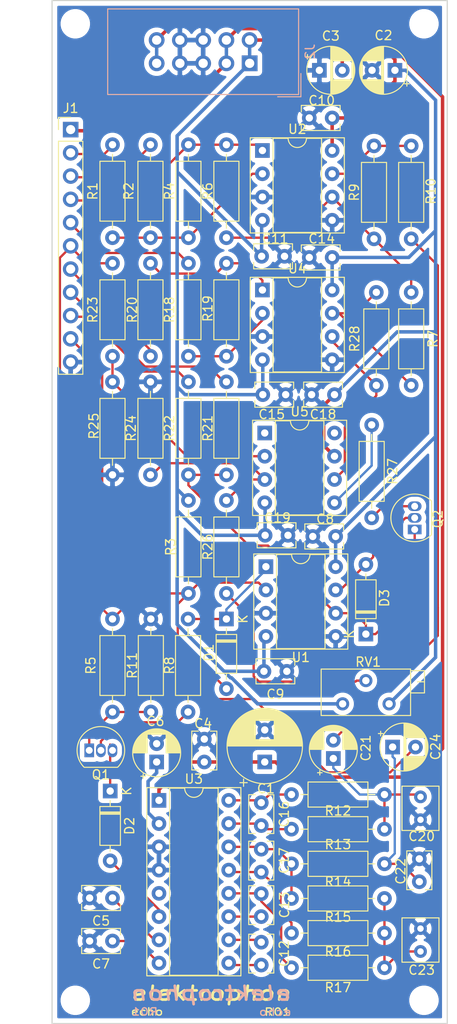
<source format=kicad_pcb>
(kicad_pcb (version 20171130) (host pcbnew 5.1.5-52549c5~86~ubuntu19.04.1)
  (title_block (title Noise) (date 2019-10-20) (rev 01) (comment 1 "Original design by Yves Usson") (comment 2 "PCB for main circuit") (comment 4 "License CC BY 4.0 - Attribution 4.0 International"))
  (layers (0 F.Cu signal) (31 B.Cu signal) (34 B.Paste user) (35 F.Paste user) (36 B.SilkS user) (37 F.SilkS user) (38 B.Mask user) (39 F.Mask user) (44 Edge.Cuts user))
  (net 0 "")
  (net 1 GND)
  (net 2 +15V)
  (net 3 -15V)
  (net 4 "Net-(C13-Pad2)")
  (net 5 "Net-(C13-Pad1)")
  (net 6 +5V)
  (net 7 "Net-(C5-Pad1)")
  (net 8 "Net-(C17-Pad2)")
  (net 9 "Net-(D1-Pad1)")
  (net 10 /VCO)
  (net 11 "Net-(D2-Pad1)")
  (net 12 "Net-(D3-Pad2)")
  (net 13 "Net-(D3-Pad1)")
  (net 14 "Net-(Q1-Pad2)")
  (net 15 /RECIRC)
  (net 16 "Net-(R26-Pad1)")
  (net 17 /MIX_2)
  (net 18 /MIX_1)
  (net 19 /MIXED_OUT)
  (net 20 /RECIRC_ATTEN)
  (net 21 /CV)
  (net 22 /IN2)
  (net 23 /IN1)
  (net 24 "Net-(C6-Pad1)")
  (net 25 "Net-(C7-Pad1)")
  (net 26 "Net-(C12-Pad2)")
  (net 27 "Net-(C12-Pad1)")
  (net 28 "Net-(C16-Pad2)")
  (net 29 "Net-(C16-Pad1)")
  (net 30 "Net-(C17-Pad1)")
  (net 31 "Net-(C20-Pad1)")
  (net 32 "Net-(C21-Pad2)")
  (net 33 "Net-(C22-Pad1)")
  (net 34 "Net-(C23-Pad1)")
  (net 35 "Net-(R28-Pad1)")
  (net 36 /MIX_3)
  (net 37 "Net-(Q1-Pad1)")
  (net 38 "Net-(Q2-Pad3)")
  (net 39 "Net-(R1-Pad1)")
  (net 40 "Net-(R6-Pad1)")
  (net 41 "Net-(R10-Pad2)")
  (net 42 "Net-(R18-Pad1)")
  (net 43 "Net-(R19-Pad1)")
  (net 44 "Net-(R23-Pad1)")
  (net 45 "Net-(R24-Pad1)")
  (net 46 "Net-(R27-Pad2)")
  (net 47 /RECIRC_IN)
  (module Capacitor_THT:C_Rect_L4.6mm_W3.8mm_P2.50mm_MKS02_FKP02 (layer F.Cu) (at 91.059 154.686 90)
    (fp_text reference C23 (at -2.032 0.127 180) (layer F.SilkS))
    (fp_text value 5n6)
    (pad 2 thru_hole circle (at 2.5 0 90) (size 1.4 1.4) (drill 0.7) (layers *.Cu *.Mask) (net 1 GND))
    (pad 1 thru_hole circle (at 0 0 90) (size 1.4 1.4) (drill 0.7) (layers *.Cu *.Mask) (net 34 "Net-(C23-Pad1)"))
  )
  (module Capacitor_THT:CP_Radial_D5.0mm_P2.00mm (layer F.Cu) (at 81.534 133.604 90)
    (fp_text reference C21 (at 1.143 3.556 90) (layer F.SilkS))
    (fp_text value 4.7u)
    (pad 2 thru_hole circle (at 2 0 90) (size 1.6 1.6) (drill 0.8) (layers *.Cu *.Mask) (net 32 "Net-(C21-Pad2)"))
    (pad 1 thru_hole rect (at 0 0 90) (size 1.6 1.6) (drill 0.8) (layers *.Cu *.Mask) (net 31 "Net-(C20-Pad1)"))
  )
  (module Package_TO_SOT_THT:TO-92_Inline (layer F.Cu) (at 90.424 108.585 90)
    (fp_text reference Q2 (at 1.143 2.54 90) (layer F.SilkS))
    (fp_text value 2N3906)
    (pad 1 thru_hole rect (at 0 0 90) (size 1.05 1.5) (drill 0.75) (layers *.Cu *.Mask) (net 13 "Net-(D3-Pad1)"))
    (pad 3 thru_hole oval (at 2.54 0 90) (size 1.05 1.5) (drill 0.75) (layers *.Cu *.Mask) (net 38 "Net-(Q2-Pad3)"))
    (pad 2 thru_hole oval (at 1.27 0 90) (size 1.05 1.5) (drill 0.75) (layers *.Cu *.Mask) (net 12 "Net-(D3-Pad2)"))
  )
  (module Package_TO_SOT_THT:TO-92_Inline (layer F.Cu) (at 54.864 132.715)
    (fp_text reference Q1 (at 1.27 2.667) (layer F.SilkS))
    (fp_text value 2N3904)
    (pad 1 thru_hole rect (at 0 0) (size 1.05 1.5) (drill 0.75) (layers *.Cu *.Mask) (net 37 "Net-(Q1-Pad1)"))
    (pad 3 thru_hole oval (at 2.54 0) (size 1.05 1.5) (drill 0.75) (layers *.Cu *.Mask) (net 11 "Net-(D2-Pad1)"))
    (pad 2 thru_hole oval (at 1.27 0) (size 1.05 1.5) (drill 0.75) (layers *.Cu *.Mask) (net 14 "Net-(Q1-Pad2)"))
  )
  (module Connector_PinHeader_2.54mm:PinHeader_1x11_P2.54mm_Vertical (layer F.Cu) (at 52.832 64.897)
    (fp_text reference J1 (at 0 -2.33) (layer F.SilkS))
    (fp_text value Conn_01x11_Female)
    (pad 11 thru_hole oval (at 0 25.4) (size 1.7 1.7) (drill 1) (layers *.Cu *.Mask) (net 1 GND))
    (pad 10 thru_hole oval (at 0 22.86) (size 1.7 1.7) (drill 1) (layers *.Cu *.Mask) (net 21 /CV))
    (pad 9 thru_hole oval (at 0 20.32) (size 1.7 1.7) (drill 1) (layers *.Cu *.Mask) (net 20 /RECIRC_ATTEN))
    (pad 8 thru_hole oval (at 0 17.78) (size 1.7 1.7) (drill 1) (layers *.Cu *.Mask) (net 47 /RECIRC_IN))
    (pad 7 thru_hole oval (at 0 15.24) (size 1.7 1.7) (drill 1) (layers *.Cu *.Mask) (net 19 /MIXED_OUT))
    (pad 6 thru_hole oval (at 0 12.7) (size 1.7 1.7) (drill 1) (layers *.Cu *.Mask) (net 36 /MIX_3))
    (pad 5 thru_hole oval (at 0 10.16) (size 1.7 1.7) (drill 1) (layers *.Cu *.Mask) (net 17 /MIX_2))
    (pad 4 thru_hole oval (at 0 7.62) (size 1.7 1.7) (drill 1) (layers *.Cu *.Mask) (net 18 /MIX_1))
    (pad 3 thru_hole oval (at 0 5.08) (size 1.7 1.7) (drill 1) (layers *.Cu *.Mask) (net 22 /IN2))
    (pad 2 thru_hole oval (at 0 2.54) (size 1.7 1.7) (drill 1) (layers *.Cu *.Mask) (net 23 /IN1))
    (pad 1 thru_hole rect (at 0 0) (size 1.7 1.7) (drill 1) (layers *.Cu *.Mask) (net 2 +15V))
  )
  (module Capacitor_THT:C_Rect_L4.0mm_W2.5mm_P2.50mm (layer F.Cu) (at 90.932 147.066 90)
    (fp_text reference C22 (at 1.143 -2.032 90) (layer F.SilkS))
    (fp_text value 10n)
    (pad 2 thru_hole circle (at 2.5 0 90) (size 1.6 1.6) (drill 0.8) (layers *.Cu *.Mask) (net 1 GND))
    (pad 1 thru_hole circle (at 0 0 90) (size 1.6 1.6) (drill 0.8) (layers *.Cu *.Mask) (net 33 "Net-(C22-Pad1)"))
  )
  (module Capacitor_THT:C_Rect_L4.6mm_W3.8mm_P2.50mm_MKS02_FKP02 (layer F.Cu) (at 91.059 137.795 270)
    (fp_text reference C20 (at 4.318 -0.127 180) (layer F.SilkS))
    (fp_text value 5n6)
    (pad 2 thru_hole circle (at 2.5 0 270) (size 1.4 1.4) (drill 0.7) (layers *.Cu *.Mask) (net 1 GND))
    (pad 1 thru_hole circle (at 0 0 270) (size 1.4 1.4) (drill 0.7) (layers *.Cu *.Mask) (net 31 "Net-(C20-Pad1)"))
  )
  (module Capacitor_THT:C_Rect_L4.0mm_W2.5mm_P2.50mm (layer F.Cu) (at 76.581 109.22 180)
    (fp_text reference C19 (at 1.143 1.905) (layer F.SilkS))
    (fp_text value 0.1u)
    (pad 2 thru_hole circle (at 2.5 0 180) (size 1.6 1.6) (drill 0.8) (layers *.Cu *.Mask) (net 3 -15V))
    (pad 1 thru_hole circle (at 0 0 180) (size 1.6 1.6) (drill 0.8) (layers *.Cu *.Mask) (net 1 GND))
  )
  (module Capacitor_THT:C_Rect_L4.0mm_W2.5mm_P2.50mm (layer F.Cu) (at 81.661 93.853 180)
    (fp_text reference C18 (at 1.25 -2.159) (layer F.SilkS))
    (fp_text value 0.1u)
    (pad 2 thru_hole circle (at 2.5 0 180) (size 1.6 1.6) (drill 0.8) (layers *.Cu *.Mask) (net 1 GND))
    (pad 1 thru_hole circle (at 0 0 180) (size 1.6 1.6) (drill 0.8) (layers *.Cu *.Mask) (net 2 +15V))
  )
  (module Capacitor_THT:C_Rect_L4.0mm_W2.5mm_P2.50mm (layer F.Cu) (at 73.66 143.51 270)
    (fp_text reference C17 (at 1.25 -2.5 90) (layer F.SilkS))
    (fp_text value 560p)
    (pad 2 thru_hole circle (at 2.5 0 270) (size 1.6 1.6) (drill 0.8) (layers *.Cu *.Mask) (net 8 "Net-(C17-Pad2)"))
    (pad 1 thru_hole circle (at 0 0 270) (size 1.6 1.6) (drill 0.8) (layers *.Cu *.Mask) (net 30 "Net-(C17-Pad1)"))
  )
  (module Capacitor_THT:C_Rect_L4.0mm_W2.5mm_P2.50mm (layer F.Cu) (at 73.66 138.43 270)
    (fp_text reference C16 (at 1.25 -2.5 90) (layer F.SilkS))
    (fp_text value 560p)
    (pad 2 thru_hole circle (at 2.5 0 270) (size 1.6 1.6) (drill 0.8) (layers *.Cu *.Mask) (net 28 "Net-(C16-Pad2)"))
    (pad 1 thru_hole circle (at 0 0 270) (size 1.6 1.6) (drill 0.8) (layers *.Cu *.Mask) (net 29 "Net-(C16-Pad1)"))
  )
  (module Capacitor_THT:C_Rect_L4.0mm_W2.5mm_P2.50mm (layer F.Cu) (at 76.327 93.853 180)
    (fp_text reference C15 (at 1.524 -2.159) (layer F.SilkS))
    (fp_text value 0.1u)
    (pad 2 thru_hole circle (at 2.5 0 180) (size 1.6 1.6) (drill 0.8) (layers *.Cu *.Mask) (net 3 -15V))
    (pad 1 thru_hole circle (at 0 0 180) (size 1.6 1.6) (drill 0.8) (layers *.Cu *.Mask) (net 1 GND))
  )
  (module Capacitor_THT:C_Rect_L4.0mm_W2.5mm_P2.50mm (layer F.Cu) (at 81.407 78.867 180)
    (fp_text reference C14 (at 1.143 2.032) (layer F.SilkS))
    (fp_text value 0.1u)
    (pad 2 thru_hole circle (at 2.5 0 180) (size 1.6 1.6) (drill 0.8) (layers *.Cu *.Mask) (net 1 GND))
    (pad 1 thru_hole circle (at 0 0 180) (size 1.6 1.6) (drill 0.8) (layers *.Cu *.Mask) (net 2 +15V))
  )
  (module Capacitor_THT:C_Rect_L4.0mm_W2.5mm_P2.50mm (layer F.Cu) (at 73.66 150.876 90)
    (fp_text reference C13 (at 1.27 2.54 90) (layer F.SilkS))
    (fp_text value 0.1u)
    (pad 2 thru_hole circle (at 2.5 0 90) (size 1.6 1.6) (drill 0.8) (layers *.Cu *.Mask) (net 4 "Net-(C13-Pad2)"))
    (pad 1 thru_hole circle (at 0 0 90) (size 1.6 1.6) (drill 0.8) (layers *.Cu *.Mask) (net 5 "Net-(C13-Pad1)"))
  )
  (module Capacitor_THT:C_Rect_L4.0mm_W2.5mm_P2.50mm (layer F.Cu) (at 73.66 153.67 270)
    (fp_text reference C12 (at 1.25 -2.5 90) (layer F.SilkS))
    (fp_text value 0.1u)
    (pad 2 thru_hole circle (at 2.5 0 270) (size 1.6 1.6) (drill 0.8) (layers *.Cu *.Mask) (net 26 "Net-(C12-Pad2)"))
    (pad 1 thru_hole circle (at 0 0 270) (size 1.6 1.6) (drill 0.8) (layers *.Cu *.Mask) (net 27 "Net-(C12-Pad1)"))
  )
  (module Capacitor_THT:C_Rect_L4.0mm_W2.5mm_P2.50mm (layer F.Cu) (at 76.2 78.74 180)
    (fp_text reference C11 (at 1.016 1.905) (layer F.SilkS))
    (fp_text value 0.1u)
    (pad 2 thru_hole circle (at 2.5 0 180) (size 1.6 1.6) (drill 0.8) (layers *.Cu *.Mask) (net 3 -15V))
    (pad 1 thru_hole circle (at 0 0 180) (size 1.6 1.6) (drill 0.8) (layers *.Cu *.Mask) (net 1 GND))
  )
  (module Capacitor_THT:C_Rect_L4.0mm_W2.5mm_P2.50mm (layer F.Cu) (at 81.407 63.627 180)
    (fp_text reference C10 (at 1.143 1.905) (layer F.SilkS))
    (fp_text value 0.1u)
    (pad 2 thru_hole circle (at 2.5 0 180) (size 1.6 1.6) (drill 0.8) (layers *.Cu *.Mask) (net 1 GND))
    (pad 1 thru_hole circle (at 0 0 180) (size 1.6 1.6) (drill 0.8) (layers *.Cu *.Mask) (net 2 +15V))
  )
  (module Capacitor_THT:C_Rect_L4.0mm_W2.5mm_P2.50mm (layer F.Cu) (at 76.454 124.079 180)
    (fp_text reference C9 (at 1.25 -2.5) (layer F.SilkS))
    (fp_text value 0.1u)
    (pad 2 thru_hole circle (at 2.5 0 180) (size 1.6 1.6) (drill 0.8) (layers *.Cu *.Mask) (net 3 -15V))
    (pad 1 thru_hole circle (at 0 0 180) (size 1.6 1.6) (drill 0.8) (layers *.Cu *.Mask) (net 1 GND))
  )
  (module Capacitor_THT:C_Rect_L4.0mm_W2.5mm_P2.50mm (layer F.Cu) (at 81.788 109.347 180)
    (fp_text reference C8 (at 1.143 1.905) (layer F.SilkS))
    (fp_text value 0.1u)
    (pad 2 thru_hole circle (at 2.5 0 180) (size 1.6 1.6) (drill 0.8) (layers *.Cu *.Mask) (net 1 GND))
    (pad 1 thru_hole circle (at 0 0 180) (size 1.6 1.6) (drill 0.8) (layers *.Cu *.Mask) (net 2 +15V))
  )
  (module Capacitor_THT:C_Rect_L4.0mm_W2.5mm_P2.50mm (layer F.Cu) (at 57.404 153.543 180)
    (fp_text reference C7 (at 1.25 -2.5) (layer F.SilkS))
    (fp_text value 0.1u)
    (pad 2 thru_hole circle (at 2.5 0 180) (size 1.6 1.6) (drill 0.8) (layers *.Cu *.Mask) (net 1 GND))
    (pad 1 thru_hole circle (at 0 0 180) (size 1.6 1.6) (drill 0.8) (layers *.Cu *.Mask) (net 25 "Net-(C7-Pad1)"))
  )
  (module Capacitor_THT:CP_Radial_D5.0mm_P2.00mm (layer F.Cu) (at 62.23 133.985 90)
    (fp_text reference C6 (at 4.445 -0.127 180) (layer F.SilkS))
    (fp_text value 4.7u)
    (pad 2 thru_hole circle (at 2 0 90) (size 1.6 1.6) (drill 0.8) (layers *.Cu *.Mask) (net 1 GND))
    (pad 1 thru_hole rect (at 0 0 90) (size 1.6 1.6) (drill 0.8) (layers *.Cu *.Mask) (net 24 "Net-(C6-Pad1)"))
  )
  (module Capacitor_THT:C_Rect_L4.0mm_W2.5mm_P2.50mm (layer F.Cu) (at 57.404 148.844 180)
    (fp_text reference C5 (at 1.25 -2.5) (layer F.SilkS))
    (fp_text value 0.1u)
    (pad 2 thru_hole circle (at 2.5 0 180) (size 1.6 1.6) (drill 0.8) (layers *.Cu *.Mask) (net 1 GND))
    (pad 1 thru_hole circle (at 0 0 180) (size 1.6 1.6) (drill 0.8) (layers *.Cu *.Mask) (net 7 "Net-(C5-Pad1)"))
  )
  (module Capacitor_THT:C_Rect_L4.0mm_W2.5mm_P2.50mm (layer F.Cu) (at 67.437 133.985 90)
    (fp_text reference C4 (at 4.191 -0.127 180) (layer F.SilkS))
    (fp_text value 0.1u)
    (pad 2 thru_hole circle (at 2.5 0 90) (size 1.6 1.6) (drill 0.8) (layers *.Cu *.Mask) (net 1 GND))
    (pad 1 thru_hole circle (at 0 0 90) (size 1.6 1.6) (drill 0.8) (layers *.Cu *.Mask) (net 6 +5V))
  )
  (module Capacitor_THT:CP_Radial_D8.0mm_P3.50mm (layer F.Cu) (at 74.041 133.985 90)
    (fp_text reference C1 (at -2.921 0.127 180) (layer F.SilkS))
    (fp_text value 100u)
    (pad 2 thru_hole circle (at 3.5 0 90) (size 1.6 1.6) (drill 0.8) (layers *.Cu *.Mask) (net 1 GND))
    (pad 1 thru_hole rect (at 0 0 90) (size 1.6 1.6) (drill 0.8) (layers *.Cu *.Mask) (net 6 +5V))
  )
  (module "elektrophon:elektrophon logo" (layer F.Cu) (at 68.199 160.274)
    (fp_text reference REF** hide)
    (fp_text value "elektrophon logo" hide)
    (fp_text user echo (at 8.84 1.02) (layer B.SilkS) (effects (font (size 0.8 1)) (justify left mirror)))
    (fp_text user R01 (at -8.83 1) (layer B.SilkS) (effects (font (size 0.8 1)) (justify right mirror)))
    (fp_text user elektrophon (at 0 -1.016) (layer B.SilkS) (effects (font (size 1.5 2) (thickness 0.3) italic) (justify mirror)))
    (fp_text user R01 (at 8.8 1.02) (layer F.SilkS) (effects (font (size 0.8 1)) (justify right)))
    (fp_text user echo (at -8.88 1) (layer F.SilkS) (effects (font (size 0.8 1)) (justify left)))
    (fp_text user elektrophon (at 0 -1.016) (layer F.SilkS) (effects (font (size 1.5 2) (thickness 0.3) italic)))
  )
  (module MountingHole:MountingHole_2.2mm_M2 (layer F.Cu) (at 53.34 160.02)
    (fp_text reference H4 hide)
    (fp_text value MountingHole hide)
    (pad 1 np_thru_hole circle (at 0 0) (size 2.2 2.2) (drill 2.2) (layers *.Cu *.Mask))
  )
  (module MountingHole:MountingHole_2.2mm_M2 (layer F.Cu) (at 91.44 53.34)
    (fp_text reference H3 hide)
    (fp_text value MountingHole hide)
    (pad 1 np_thru_hole circle (at 0 0) (size 2.2 2.2) (drill 2.2) (layers *.Cu *.Mask))
  )
  (module MountingHole:MountingHole_2.2mm_M2 (layer F.Cu) (at 91.44 160.02)
    (fp_text reference H2 hide)
    (fp_text value MountingHole hide)
    (pad 1 np_thru_hole circle (at 0 0) (size 2.2 2.2) (drill 2.2) (layers *.Cu *.Mask))
  )
  (module MountingHole:MountingHole_2.2mm_M2 (layer F.Cu) (at 53.34 53.34)
    (fp_text reference H1 hide)
    (fp_text value MountingHole hide)
    (pad 1 np_thru_hole circle (at 0 0) (size 2.2 2.2) (drill 2.2) (layers *.Cu *.Mask))
  )
  (module Package_DIP:DIP-8_W7.62mm_Socket (layer F.Cu) (at 73.787 82.423)
    (fp_text reference U4 (at 3.81 -2.33) (layer F.SilkS))
    (fp_text value OPA2134)
    (pad 8 thru_hole oval (at 7.62 0) (size 1.6 1.6) (drill 0.8) (layers *.Cu *.Mask) (net 2 +15V))
    (pad 4 thru_hole oval (at 0 7.62) (size 1.6 1.6) (drill 0.8) (layers *.Cu *.Mask) (net 3 -15V))
    (pad 7 thru_hole oval (at 7.62 2.54) (size 1.6 1.6) (drill 0.8) (layers *.Cu *.Mask) (net 15 /RECIRC))
    (pad 3 thru_hole oval (at 0 5.08) (size 1.6 1.6) (drill 0.8) (layers *.Cu *.Mask) (net 1 GND))
    (pad 6 thru_hole oval (at 7.62 5.08) (size 1.6 1.6) (drill 0.8) (layers *.Cu *.Mask) (net 35 "Net-(R28-Pad1)"))
    (pad 2 thru_hole oval (at 0 2.54) (size 1.6 1.6) (drill 0.8) (layers *.Cu *.Mask) (net 42 "Net-(R18-Pad1)"))
    (pad 5 thru_hole oval (at 7.62 7.62) (size 1.6 1.6) (drill 0.8) (layers *.Cu *.Mask) (net 1 GND))
    (pad 1 thru_hole rect (at 0 0) (size 1.6 1.6) (drill 0.8) (layers *.Cu *.Mask) (net 43 "Net-(R19-Pad1)"))
  )
  (module Package_DIP:DIP-8_W7.62mm_Socket (layer F.Cu) (at 73.787 67.183)
    (fp_text reference U2 (at 3.81 -2.33) (layer F.SilkS))
    (fp_text value OPA2134)
    (pad 8 thru_hole oval (at 7.62 0) (size 1.6 1.6) (drill 0.8) (layers *.Cu *.Mask) (net 2 +15V))
    (pad 4 thru_hole oval (at 0 7.62) (size 1.6 1.6) (drill 0.8) (layers *.Cu *.Mask) (net 3 -15V))
    (pad 7 thru_hole oval (at 7.62 2.54) (size 1.6 1.6) (drill 0.8) (layers *.Cu *.Mask) (net 41 "Net-(R10-Pad2)"))
    (pad 3 thru_hole oval (at 0 5.08) (size 1.6 1.6) (drill 0.8) (layers *.Cu *.Mask) (net 1 GND))
    (pad 6 thru_hole oval (at 7.62 5.08) (size 1.6 1.6) (drill 0.8) (layers *.Cu *.Mask) (net 40 "Net-(R6-Pad1)"))
    (pad 2 thru_hole oval (at 0 2.54) (size 1.6 1.6) (drill 0.8) (layers *.Cu *.Mask) (net 39 "Net-(R1-Pad1)"))
    (pad 5 thru_hole oval (at 7.62 7.62) (size 1.6 1.6) (drill 0.8) (layers *.Cu *.Mask) (net 1 GND))
    (pad 1 thru_hole rect (at 0 0) (size 1.6 1.6) (drill 0.8) (layers *.Cu *.Mask) (net 18 /MIX_1))
  )
  (module Potentiometer_THT:Potentiometer_Bourns_3296Z_Horizontal (layer F.Cu) (at 82.55 127.635 180)
    (fp_text reference RV1 (at -2.794 4.572) (layer F.SilkS))
    (fp_text value 100k)
    (pad 3 thru_hole circle (at -5.08 0 180) (size 1.44 1.44) (drill 0.8) (layers *.Cu *.Mask) (net 2 +15V))
    (pad 2 thru_hole circle (at -2.54 2.54 180) (size 1.44 1.44) (drill 0.8) (layers *.Cu *.Mask) (net 16 "Net-(R26-Pad1)"))
    (pad 1 thru_hole circle (at 0 0 180) (size 1.44 1.44) (drill 0.8) (layers *.Cu *.Mask) (net 3 -15V))
  )
  (module Package_DIP:DIP-8_W7.62mm_Socket (layer F.Cu) (at 74.041 98.044)
    (fp_text reference U5 (at 3.81 -2.33) (layer F.SilkS))
    (fp_text value CA3080)
    (pad 8 thru_hole oval (at 7.62 0) (size 1.6 1.6) (drill 0.8) (layers *.Cu *.Mask))
    (pad 4 thru_hole oval (at 0 7.62) (size 1.6 1.6) (drill 0.8) (layers *.Cu *.Mask) (net 3 -15V))
    (pad 7 thru_hole oval (at 7.62 2.54) (size 1.6 1.6) (drill 0.8) (layers *.Cu *.Mask) (net 2 +15V))
    (pad 3 thru_hole oval (at 0 5.08) (size 1.6 1.6) (drill 0.8) (layers *.Cu *.Mask) (net 45 "Net-(R24-Pad1)"))
    (pad 6 thru_hole oval (at 7.62 5.08) (size 1.6 1.6) (drill 0.8) (layers *.Cu *.Mask) (net 35 "Net-(R28-Pad1)"))
    (pad 2 thru_hole oval (at 0 2.54) (size 1.6 1.6) (drill 0.8) (layers *.Cu *.Mask) (net 44 "Net-(R23-Pad1)"))
    (pad 5 thru_hole oval (at 7.62 7.62) (size 1.6 1.6) (drill 0.8) (layers *.Cu *.Mask) (net 46 "Net-(R27-Pad2)"))
    (pad 1 thru_hole rect (at 0 0) (size 1.6 1.6) (drill 0.8) (layers *.Cu *.Mask))
  )
  (module Package_DIP:DIP-8_W7.62mm_Socket (layer F.Cu) (at 74.168 112.649)
    (fp_text reference U1 (at 3.81 9.906) (layer F.SilkS))
    (fp_text value TL072)
    (pad 8 thru_hole oval (at 7.62 0) (size 1.6 1.6) (drill 0.8) (layers *.Cu *.Mask) (net 2 +15V))
    (pad 4 thru_hole oval (at 0 7.62) (size 1.6 1.6) (drill 0.8) (layers *.Cu *.Mask) (net 3 -15V))
    (pad 7 thru_hole oval (at 7.62 2.54) (size 1.6 1.6) (drill 0.8) (layers *.Cu *.Mask) (net 12 "Net-(D3-Pad2)"))
    (pad 3 thru_hole oval (at 0 5.08) (size 1.6 1.6) (drill 0.8) (layers *.Cu *.Mask) (net 1 GND))
    (pad 6 thru_hole oval (at 7.62 5.08) (size 1.6 1.6) (drill 0.8) (layers *.Cu *.Mask) (net 13 "Net-(D3-Pad1)"))
    (pad 2 thru_hole oval (at 0 2.54) (size 1.6 1.6) (drill 0.8) (layers *.Cu *.Mask) (net 21 /CV))
    (pad 5 thru_hole oval (at 7.62 7.62) (size 1.6 1.6) (drill 0.8) (layers *.Cu *.Mask) (net 1 GND))
    (pad 1 thru_hole rect (at 0 0) (size 1.6 1.6) (drill 0.8) (layers *.Cu *.Mask) (net 9 "Net-(D1-Pad1)"))
  )
  (module Package_DIP:DIP-16_W7.62mm_Socket (layer F.Cu) (at 62.484 138.176)
    (fp_text reference U3 (at 3.81 -2.33) (layer F.SilkS))
    (fp_text value PT2399)
    (pad 16 thru_hole oval (at 7.62 0) (size 1.6 1.6) (drill 0.8) (layers *.Cu *.Mask) (net 29 "Net-(C16-Pad1)"))
    (pad 8 thru_hole oval (at 0 17.78) (size 1.6 1.6) (drill 0.8) (layers *.Cu *.Mask) (net 25 "Net-(C7-Pad1)"))
    (pad 15 thru_hole oval (at 7.62 2.54) (size 1.6 1.6) (drill 0.8) (layers *.Cu *.Mask) (net 28 "Net-(C16-Pad2)"))
    (pad 7 thru_hole oval (at 0 15.24) (size 1.6 1.6) (drill 0.8) (layers *.Cu *.Mask) (net 7 "Net-(C5-Pad1)"))
    (pad 14 thru_hole oval (at 7.62 5.08) (size 1.6 1.6) (drill 0.8) (layers *.Cu *.Mask) (net 30 "Net-(C17-Pad1)"))
    (pad 6 thru_hole oval (at 0 12.7) (size 1.6 1.6) (drill 0.8) (layers *.Cu *.Mask) (net 10 /VCO))
    (pad 13 thru_hole oval (at 7.62 7.62) (size 1.6 1.6) (drill 0.8) (layers *.Cu *.Mask) (net 8 "Net-(C17-Pad2)"))
    (pad 5 thru_hole oval (at 0 10.16) (size 1.6 1.6) (drill 0.8) (layers *.Cu *.Mask))
    (pad 12 thru_hole oval (at 7.62 10.16) (size 1.6 1.6) (drill 0.8) (layers *.Cu *.Mask) (net 4 "Net-(C13-Pad2)"))
    (pad 4 thru_hole oval (at 0 7.62) (size 1.6 1.6) (drill 0.8) (layers *.Cu *.Mask) (net 1 GND))
    (pad 11 thru_hole oval (at 7.62 12.7) (size 1.6 1.6) (drill 0.8) (layers *.Cu *.Mask) (net 5 "Net-(C13-Pad1)"))
    (pad 3 thru_hole oval (at 0 5.08) (size 1.6 1.6) (drill 0.8) (layers *.Cu *.Mask) (net 1 GND))
    (pad 10 thru_hole oval (at 7.62 15.24) (size 1.6 1.6) (drill 0.8) (layers *.Cu *.Mask) (net 27 "Net-(C12-Pad1)"))
    (pad 2 thru_hole oval (at 0 2.54) (size 1.6 1.6) (drill 0.8) (layers *.Cu *.Mask) (net 24 "Net-(C6-Pad1)"))
    (pad 9 thru_hole oval (at 7.62 17.78) (size 1.6 1.6) (drill 0.8) (layers *.Cu *.Mask) (net 26 "Net-(C12-Pad2)"))
    (pad 1 thru_hole rect (at 0 0) (size 1.6 1.6) (drill 0.8) (layers *.Cu *.Mask) (net 6 +5V))
  )
  (module Resistor_THT:R_Axial_DIN0207_L6.3mm_D2.5mm_P10.16mm_Horizontal (layer F.Cu) (at 86.233 92.837 90)
    (fp_text reference R28 (at 5.08 -2.37 90) (layer F.SilkS))
    (fp_text value 47k)
    (pad 2 thru_hole oval (at 10.16 0 90) (size 1.6 1.6) (drill 0.8) (layers *.Cu *.Mask) (net 15 /RECIRC))
    (pad 1 thru_hole circle (at 0 0 90) (size 1.6 1.6) (drill 0.8) (layers *.Cu *.Mask) (net 35 "Net-(R28-Pad1)"))
  )
  (module Resistor_THT:R_Axial_DIN0207_L6.3mm_D2.5mm_P10.16mm_Horizontal (layer F.Cu) (at 85.725 107.315 90)
    (fp_text reference R27 (at 5.08 2.286 90) (layer F.SilkS))
    (fp_text value 27k)
    (pad 2 thru_hole oval (at 10.16 0 90) (size 1.6 1.6) (drill 0.8) (layers *.Cu *.Mask) (net 46 "Net-(R27-Pad2)"))
    (pad 1 thru_hole circle (at 0 0 90) (size 1.6 1.6) (drill 0.8) (layers *.Cu *.Mask) (net 38 "Net-(Q2-Pad3)"))
  )
  (module Resistor_THT:R_Axial_DIN0207_L6.3mm_D2.5mm_P10.16mm_Horizontal (layer F.Cu) (at 69.85 115.57 90)
    (fp_text reference R26 (at 5.08 -2.032 90) (layer F.SilkS))
    (fp_text value 1M)
    (pad 2 thru_hole oval (at 10.16 0 90) (size 1.6 1.6) (drill 0.8) (layers *.Cu *.Mask) (net 45 "Net-(R24-Pad1)"))
    (pad 1 thru_hole circle (at 0 0 90) (size 1.6 1.6) (drill 0.8) (layers *.Cu *.Mask) (net 16 "Net-(R26-Pad1)"))
  )
  (module Resistor_THT:R_Axial_DIN0207_L6.3mm_D2.5mm_P10.16mm_Horizontal (layer F.Cu) (at 57.404 92.456 270)
    (fp_text reference R25 (at 4.826 2.032 90) (layer F.SilkS))
    (fp_text value 470)
    (pad 2 thru_hole oval (at 10.16 0 270) (size 1.6 1.6) (drill 0.8) (layers *.Cu *.Mask) (net 1 GND))
    (pad 1 thru_hole circle (at 0 0 270) (size 1.6 1.6) (drill 0.8) (layers *.Cu *.Mask) (net 44 "Net-(R23-Pad1)"))
  )
  (module Resistor_THT:R_Axial_DIN0207_L6.3mm_D2.5mm_P10.16mm_Horizontal (layer F.Cu) (at 61.552666 102.616 90)
    (fp_text reference R24 (at 5.08 -2.116666 90) (layer F.SilkS))
    (fp_text value 470)
    (pad 2 thru_hole oval (at 10.16 0 90) (size 1.6 1.6) (drill 0.8) (layers *.Cu *.Mask) (net 1 GND))
    (pad 1 thru_hole circle (at 0 0 90) (size 1.6 1.6) (drill 0.8) (layers *.Cu *.Mask) (net 45 "Net-(R24-Pad1)"))
  )
  (module Resistor_THT:R_Axial_DIN0207_L6.3mm_D2.5mm_P10.16mm_Horizontal (layer F.Cu) (at 57.404 89.662 90)
    (fp_text reference R23 (at 5.08 -2.159 90) (layer F.SilkS))
    (fp_text value 100k)
    (pad 2 thru_hole oval (at 10.16 0 90) (size 1.6 1.6) (drill 0.8) (layers *.Cu *.Mask) (net 36 /MIX_3))
    (pad 1 thru_hole circle (at 0 0 90) (size 1.6 1.6) (drill 0.8) (layers *.Cu *.Mask) (net 44 "Net-(R23-Pad1)"))
  )
  (module Resistor_THT:R_Axial_DIN0207_L6.3mm_D2.5mm_P10.16mm_Horizontal (layer F.Cu) (at 65.701332 102.616 90)
    (fp_text reference R22 (at 5.08 -2.074332 90) (layer F.SilkS))
    (fp_text value 47k)
    (pad 2 thru_hole oval (at 10.16 0 90) (size 1.6 1.6) (drill 0.8) (layers *.Cu *.Mask) (net 20 /RECIRC_ATTEN))
    (pad 1 thru_hole circle (at 0 0 90) (size 1.6 1.6) (drill 0.8) (layers *.Cu *.Mask) (net 13 "Net-(D3-Pad1)"))
  )
  (module Resistor_THT:R_Axial_DIN0207_L6.3mm_D2.5mm_P10.16mm_Horizontal (layer F.Cu) (at 69.85 102.616 90)
    (fp_text reference R21 (at 5.08 -2.032 90) (layer F.SilkS))
    (fp_text value 20k)
    (pad 2 thru_hole oval (at 10.16 0 90) (size 1.6 1.6) (drill 0.8) (layers *.Cu *.Mask) (net 47 /RECIRC_IN))
    (pad 1 thru_hole circle (at 0 0 90) (size 1.6 1.6) (drill 0.8) (layers *.Cu *.Mask) (net 13 "Net-(D3-Pad1)"))
  )
  (module Resistor_THT:R_Axial_DIN0207_L6.3mm_D2.5mm_P10.16mm_Horizontal (layer F.Cu) (at 61.552666 89.662 90)
    (fp_text reference R20 (at 5.08 -1.989666 90) (layer F.SilkS))
    (fp_text value 1k)
    (pad 2 thru_hole oval (at 10.16 0 90) (size 1.6 1.6) (drill 0.8) (layers *.Cu *.Mask) (net 43 "Net-(R19-Pad1)"))
    (pad 1 thru_hole circle (at 0 0 90) (size 1.6 1.6) (drill 0.8) (layers *.Cu *.Mask) (net 19 /MIXED_OUT))
  )
  (module Resistor_THT:R_Axial_DIN0207_L6.3mm_D2.5mm_P10.16mm_Horizontal (layer F.Cu) (at 69.85 79.502 270)
    (fp_text reference R19 (at 4.953 2.032 90) (layer F.SilkS))
    (fp_text value 100k)
    (pad 2 thru_hole oval (at 10.16 0 270) (size 1.6 1.6) (drill 0.8) (layers *.Cu *.Mask) (net 42 "Net-(R18-Pad1)"))
    (pad 1 thru_hole circle (at 0 0 270) (size 1.6 1.6) (drill 0.8) (layers *.Cu *.Mask) (net 43 "Net-(R19-Pad1)"))
  )
  (module Resistor_THT:R_Axial_DIN0207_L6.3mm_D2.5mm_P10.16mm_Horizontal (layer F.Cu) (at 65.701332 89.662 90)
    (fp_text reference R18 (at 5.08 -2.074332 90) (layer F.SilkS))
    (fp_text value 100k)
    (pad 2 thru_hole oval (at 10.16 0 90) (size 1.6 1.6) (drill 0.8) (layers *.Cu *.Mask) (net 17 /MIX_2))
    (pad 1 thru_hole circle (at 0 0 90) (size 1.6 1.6) (drill 0.8) (layers *.Cu *.Mask) (net 42 "Net-(R18-Pad1)"))
  )
  (module Resistor_THT:R_Axial_DIN0207_L6.3mm_D2.5mm_P10.16mm_Horizontal (layer F.Cu) (at 87.122 156.464 180)
    (fp_text reference R17 (at 5.08 -2.159) (layer F.SilkS))
    (fp_text value 15k)
    (pad 2 thru_hole oval (at 10.16 0 180) (size 1.6 1.6) (drill 0.8) (layers *.Cu *.Mask) (net 4 "Net-(C13-Pad2)"))
    (pad 1 thru_hole circle (at 0 0 180) (size 1.6 1.6) (drill 0.8) (layers *.Cu *.Mask) (net 34 "Net-(C23-Pad1)"))
  )
  (module Resistor_THT:R_Axial_DIN0207_L6.3mm_D2.5mm_P10.16mm_Horizontal (layer F.Cu) (at 87.122 152.6794 180)
    (fp_text reference R16 (at 5.08 -2.032) (layer F.SilkS))
    (fp_text value 10k)
    (pad 2 thru_hole oval (at 10.16 0 180) (size 1.6 1.6) (drill 0.8) (layers *.Cu *.Mask) (net 8 "Net-(C17-Pad2)"))
    (pad 1 thru_hole circle (at 0 0 180) (size 1.6 1.6) (drill 0.8) (layers *.Cu *.Mask) (net 34 "Net-(C23-Pad1)"))
  )
  (module Resistor_THT:R_Axial_DIN0207_L6.3mm_D2.5mm_P10.16mm_Horizontal (layer F.Cu) (at 87.122 148.8948 180)
    (fp_text reference R15 (at 5.08 -2.032) (layer F.SilkS))
    (fp_text value 15k)
    (pad 2 thru_hole oval (at 10.16 0 180) (size 1.6 1.6) (drill 0.8) (layers *.Cu *.Mask) (net 30 "Net-(C17-Pad1)"))
    (pad 1 thru_hole circle (at 0 0 180) (size 1.6 1.6) (drill 0.8) (layers *.Cu *.Mask) (net 34 "Net-(C23-Pad1)"))
  )
  (module Resistor_THT:R_Axial_DIN0207_L6.3mm_D2.5mm_P10.16mm_Horizontal (layer F.Cu) (at 87.122 145.1102 180)
    (fp_text reference R14 (at 5.08 -1.9558) (layer F.SilkS))
    (fp_text value 2k7)
    (pad 2 thru_hole oval (at 10.16 0 180) (size 1.6 1.6) (drill 0.8) (layers *.Cu *.Mask) (net 30 "Net-(C17-Pad1)"))
    (pad 1 thru_hole circle (at 0 0 180) (size 1.6 1.6) (drill 0.8) (layers *.Cu *.Mask) (net 33 "Net-(C22-Pad1)"))
  )
  (module Resistor_THT:R_Axial_DIN0207_L6.3mm_D2.5mm_P10.16mm_Horizontal (layer F.Cu) (at 61.595 118.364 270)
    (fp_text reference R11 (at 5.08 2.032 90) (layer F.SilkS))
    (fp_text value 470)
    (pad 2 thru_hole oval (at 10.16 0 270) (size 1.6 1.6) (drill 0.8) (layers *.Cu *.Mask) (net 37 "Net-(Q1-Pad1)"))
    (pad 1 thru_hole circle (at 0 0 270) (size 1.6 1.6) (drill 0.8) (layers *.Cu *.Mask) (net 1 GND))
  )
  (module Resistor_THT:R_Axial_DIN0207_L6.3mm_D2.5mm_P10.16mm_Horizontal (layer F.Cu) (at 87.122 141.3256 180)
    (fp_text reference R13 (at 5.08 -1.6764) (layer F.SilkS))
    (fp_text value 15k)
    (pad 2 thru_hole oval (at 10.16 0 180) (size 1.6 1.6) (drill 0.8) (layers *.Cu *.Mask) (net 28 "Net-(C16-Pad2)"))
    (pad 1 thru_hole circle (at 0 0 180) (size 1.6 1.6) (drill 0.8) (layers *.Cu *.Mask) (net 31 "Net-(C20-Pad1)"))
  )
  (module Resistor_THT:R_Axial_DIN0207_L6.3mm_D2.5mm_P10.16mm_Horizontal (layer F.Cu) (at 87.122 137.541 180)
    (fp_text reference R12 (at 5.08 -1.778) (layer F.SilkS))
    (fp_text value 10k)
    (pad 2 thru_hole oval (at 10.16 0 180) (size 1.6 1.6) (drill 0.8) (layers *.Cu *.Mask) (net 29 "Net-(C16-Pad1)"))
    (pad 1 thru_hole circle (at 0 0 180) (size 1.6 1.6) (drill 0.8) (layers *.Cu *.Mask) (net 31 "Net-(C20-Pad1)"))
  )
  (module Resistor_THT:R_Axial_DIN0207_L6.3mm_D2.5mm_P10.16mm_Horizontal (layer F.Cu) (at 90.043 76.835 90)
    (fp_text reference R10 (at 5.207 2.159 90) (layer F.SilkS))
    (fp_text value 15k)
    (pad 2 thru_hole oval (at 10.16 0 90) (size 1.6 1.6) (drill 0.8) (layers *.Cu *.Mask) (net 41 "Net-(R10-Pad2)"))
    (pad 1 thru_hole circle (at 0 0 90) (size 1.6 1.6) (drill 0.8) (layers *.Cu *.Mask) (net 32 "Net-(C21-Pad2)"))
  )
  (module Resistor_THT:R_Axial_DIN0207_L6.3mm_D2.5mm_P10.16mm_Horizontal (layer F.Cu) (at 85.979 66.675 270)
    (fp_text reference R9 (at 5.08 2.159 90) (layer F.SilkS))
    (fp_text value 100k)
    (pad 2 thru_hole oval (at 10.16 0 270) (size 1.6 1.6) (drill 0.8) (layers *.Cu *.Mask) (net 40 "Net-(R6-Pad1)"))
    (pad 1 thru_hole circle (at 0 0 270) (size 1.6 1.6) (drill 0.8) (layers *.Cu *.Mask) (net 41 "Net-(R10-Pad2)"))
  )
  (module Resistor_THT:R_Axial_DIN0207_L6.3mm_D2.5mm_P10.16mm_Horizontal (layer F.Cu) (at 65.659 128.524 90)
    (fp_text reference R8 (at 5.08 -2.032 90) (layer F.SilkS))
    (fp_text value 220k)
    (pad 2 thru_hole oval (at 10.16 0 90) (size 1.6 1.6) (drill 0.8) (layers *.Cu *.Mask) (net 9 "Net-(D1-Pad1)"))
    (pad 1 thru_hole circle (at 0 0 90) (size 1.6 1.6) (drill 0.8) (layers *.Cu *.Mask) (net 14 "Net-(Q1-Pad2)"))
  )
  (module Resistor_THT:R_Axial_DIN0207_L6.3mm_D2.5mm_P10.16mm_Horizontal (layer F.Cu) (at 90.043 82.677 270)
    (fp_text reference R7 (at 5.08 -2.37 90) (layer F.SilkS))
    (fp_text value 100k)
    (pad 2 thru_hole oval (at 10.16 0 270) (size 1.6 1.6) (drill 0.8) (layers *.Cu *.Mask) (net 15 /RECIRC))
    (pad 1 thru_hole circle (at 0 0 270) (size 1.6 1.6) (drill 0.8) (layers *.Cu *.Mask) (net 40 "Net-(R6-Pad1)"))
  )
  (module Resistor_THT:R_Axial_DIN0207_L6.3mm_D2.5mm_P10.16mm_Horizontal (layer F.Cu) (at 69.85 76.708 90)
    (fp_text reference R6 (at 5.08 -2.032 90) (layer F.SilkS))
    (fp_text value 100k)
    (pad 2 thru_hole oval (at 10.16 0 90) (size 1.6 1.6) (drill 0.8) (layers *.Cu *.Mask) (net 18 /MIX_1))
    (pad 1 thru_hole circle (at 0 0 90) (size 1.6 1.6) (drill 0.8) (layers *.Cu *.Mask) (net 40 "Net-(R6-Pad1)"))
  )
  (module Resistor_THT:R_Axial_DIN0207_L6.3mm_D2.5mm_P10.16mm_Horizontal (layer F.Cu) (at 57.404 128.524 90)
    (fp_text reference R5 (at 5.08 -2.37 90) (layer F.SilkS))
    (fp_text value 27k)
    (pad 2 thru_hole oval (at 10.16 0 90) (size 1.6 1.6) (drill 0.8) (layers *.Cu *.Mask) (net 21 /CV))
    (pad 1 thru_hole circle (at 0 0 90) (size 1.6 1.6) (drill 0.8) (layers *.Cu *.Mask) (net 37 "Net-(Q1-Pad1)"))
  )
  (module Resistor_THT:R_Axial_DIN0207_L6.3mm_D2.5mm_P10.16mm_Horizontal (layer F.Cu) (at 65.701332 66.548 270)
    (fp_text reference R4 (at 5.08 2.074332 90) (layer F.SilkS))
    (fp_text value 100k)
    (pad 2 thru_hole oval (at 10.16 0 270) (size 1.6 1.6) (drill 0.8) (layers *.Cu *.Mask) (net 39 "Net-(R1-Pad1)"))
    (pad 1 thru_hole circle (at 0 0 270) (size 1.6 1.6) (drill 0.8) (layers *.Cu *.Mask) (net 18 /MIX_1))
  )
  (module Resistor_THT:R_Axial_DIN0207_L6.3mm_D2.5mm_P10.16mm_Horizontal (layer F.Cu) (at 65.701332 105.41 270)
    (fp_text reference R3 (at 5.08 1.947332 90) (layer F.SilkS))
    (fp_text value 300k)
    (pad 2 thru_hole oval (at 10.16 0 270) (size 1.6 1.6) (drill 0.8) (layers *.Cu *.Mask) (net 21 /CV))
    (pad 1 thru_hole circle (at 0 0 270) (size 1.6 1.6) (drill 0.8) (layers *.Cu *.Mask) (net 3 -15V))
  )
  (module Resistor_THT:R_Axial_DIN0207_L6.3mm_D2.5mm_P10.16mm_Horizontal (layer F.Cu) (at 61.552666 76.708 90)
    (fp_text reference R2 (at 5.08 -2.37 90) (layer F.SilkS))
    (fp_text value 100k)
    (pad 2 thru_hole oval (at 10.16 0 90) (size 1.6 1.6) (drill 0.8) (layers *.Cu *.Mask) (net 22 /IN2))
    (pad 1 thru_hole circle (at 0 0 90) (size 1.6 1.6) (drill 0.8) (layers *.Cu *.Mask) (net 39 "Net-(R1-Pad1)"))
  )
  (module Resistor_THT:R_Axial_DIN0207_L6.3mm_D2.5mm_P10.16mm_Horizontal (layer F.Cu) (at 57.404 76.708 90)
    (fp_text reference R1 (at 5.08 -2.159 90) (layer F.SilkS))
    (fp_text value 100k)
    (pad 2 thru_hole oval (at 10.16 0 90) (size 1.6 1.6) (drill 0.8) (layers *.Cu *.Mask) (net 23 /IN1))
    (pad 1 thru_hole circle (at 0 0 90) (size 1.6 1.6) (drill 0.8) (layers *.Cu *.Mask) (net 39 "Net-(R1-Pad1)"))
  )
  (module Diode_THT:D_DO-35_SOD27_P7.62mm_Horizontal (layer F.Cu) (at 85.09 120.015 90)
    (fp_text reference D3 (at 3.937 2.032 90) (layer F.SilkS))
    (fp_text value 1N4148)
    (fp_text user K (at 0 -1.8 90) (layer F.SilkS))
    (pad 2 thru_hole oval (at 7.62 0 90) (size 1.6 1.6) (drill 0.8) (layers *.Cu *.Mask) (net 12 "Net-(D3-Pad2)"))
    (pad 1 thru_hole rect (at 0 0 90) (size 1.6 1.6) (drill 0.8) (layers *.Cu *.Mask) (net 13 "Net-(D3-Pad1)"))
  )
  (module Diode_THT:D_DO-35_SOD27_P7.62mm_Horizontal (layer F.Cu) (at 57.15 137.16 270)
    (fp_text reference D2 (at 3.81 -2.12 90) (layer F.SilkS))
    (fp_text value 1N4148)
    (fp_text user K (at 0 -1.8 90) (layer F.SilkS))
    (pad 2 thru_hole oval (at 7.62 0 270) (size 1.6 1.6) (drill 0.8) (layers *.Cu *.Mask) (net 10 /VCO))
    (pad 1 thru_hole rect (at 0 0 270) (size 1.6 1.6) (drill 0.8) (layers *.Cu *.Mask) (net 11 "Net-(D2-Pad1)"))
  )
  (module Diode_THT:D_DO-35_SOD27_P7.62mm_Horizontal (layer F.Cu) (at 69.85 118.364 270)
    (fp_text reference D1 (at 3.683 1.905 90) (layer F.SilkS))
    (fp_text value 1N4148)
    (fp_text user K (at 0 -1.8 90) (layer F.SilkS))
    (pad 2 thru_hole oval (at 7.62 0 270) (size 1.6 1.6) (drill 0.8) (layers *.Cu *.Mask) (net 21 /CV))
    (pad 1 thru_hole rect (at 0 0 270) (size 1.6 1.6) (drill 0.8) (layers *.Cu *.Mask) (net 9 "Net-(D1-Pad1)"))
  )
  (module Capacitor_THT:CP_Radial_D5.0mm_P2.50mm (layer F.Cu) (at 88.011 132.354)
    (fp_text reference C24 (at 4.699 -0.02 90) (layer F.SilkS))
    (fp_text value 10u)
    (pad 2 thru_hole circle (at 2.5 0) (size 1.6 1.6) (drill 0.8) (layers *.Cu *.Mask) (net 36 /MIX_3))
    (pad 1 thru_hole rect (at 0 0) (size 1.6 1.6) (drill 0.8) (layers *.Cu *.Mask) (net 33 "Net-(C22-Pad1)"))
  )
  (module Connector_IDC:IDC-Header_2x05_P2.54mm_Vertical (layer B.Cu) (at 72.39 57.658 90)
    (fp_text reference J2 (at 1.27 6.604 270) (layer B.SilkS) (effects (justify mirror)))
    (fp_text value "IDC Header")
    (pad 10 thru_hole oval (at 2.54 -10.16 90) (size 1.7272 1.7272) (drill 1.016) (layers *.Cu *.Mask) (net 6 +5V))
    (pad 9 thru_hole oval (at 0 -10.16 90) (size 1.7272 1.7272) (drill 1.016) (layers *.Cu *.Mask) (net 6 +5V))
    (pad 8 thru_hole oval (at 2.54 -7.62 90) (size 1.7272 1.7272) (drill 1.016) (layers *.Cu *.Mask) (net 1 GND))
    (pad 7 thru_hole oval (at 0 -7.62 90) (size 1.7272 1.7272) (drill 1.016) (layers *.Cu *.Mask) (net 1 GND))
    (pad 6 thru_hole oval (at 2.54 -5.08 90) (size 1.7272 1.7272) (drill 1.016) (layers *.Cu *.Mask) (net 1 GND))
    (pad 5 thru_hole oval (at 0 -5.08 90) (size 1.7272 1.7272) (drill 1.016) (layers *.Cu *.Mask) (net 1 GND))
    (pad 4 thru_hole oval (at 2.54 -2.54 90) (size 1.7272 1.7272) (drill 1.016) (layers *.Cu *.Mask) (net 2 +15V))
    (pad 3 thru_hole oval (at 0 -2.54 90) (size 1.7272 1.7272) (drill 1.016) (layers *.Cu *.Mask) (net 2 +15V))
    (pad 2 thru_hole oval (at 2.54 0 90) (size 1.7272 1.7272) (drill 1.016) (layers *.Cu *.Mask) (net 3 -15V))
    (pad 1 thru_hole rect (at 0 0 90) (size 1.7272 1.7272) (drill 1.016) (layers *.Cu *.Mask) (net 3 -15V))
  )
  (module Capacitor_THT:CP_Radial_D5.0mm_P2.50mm (layer F.Cu) (at 80.01 58.42)
    (fp_text reference C3 (at 1.25 -3.75) (layer F.SilkS))
    (fp_text value 10u)
    (pad 2 thru_hole circle (at 2.5 0) (size 1.6 1.6) (drill 0.8) (layers *.Cu *.Mask) (net 3 -15V))
    (pad 1 thru_hole rect (at 0 0) (size 1.6 1.6) (drill 0.8) (layers *.Cu *.Mask) (net 1 GND))
  )
  (module Capacitor_THT:CP_Radial_D5.0mm_P2.50mm (layer F.Cu) (at 88.265 58.42 180)
    (fp_text reference C2 (at 1.25 3.81) (layer F.SilkS))
    (fp_text value 10u)
    (pad 2 thru_hole circle (at 2.5 0 180) (size 1.6 1.6) (drill 0.8) (layers *.Cu *.Mask) (net 1 GND))
    (pad 1 thru_hole rect (at 0 0 180) (size 1.6 1.6) (drill 0.8) (layers *.Cu *.Mask) (net 2 +15V))
  )
  (gr_line (start 50.8 162.56) (end 50.8 50.8) (layer Edge.Cuts) (width 0.12))
  (gr_line (start 93.98 162.56) (end 50.8 162.56) (layer Edge.Cuts) (width 0.12))
  (gr_line (start 93.98 50.8) (end 93.98 162.56) (layer Edge.Cuts) (width 0.12))
  (gr_line (start 50.8 50.8) (end 93.98 50.8) (layer Edge.Cuts) (width 0.12))
  (segment (start 86.36 58.42) (end 85.179 58.42) (width 0.381) (layer F.Cu) (net 1))
  (segment (start 80.470499 99.393499) (end 81.661 100.584) (width 0.381) (layer F.Cu) (net 2))
  (segment (start 80.470499 95.043501) (end 80.470499 99.393499) (width 0.381) (layer F.Cu) (net 2))
  (segment (start 81.661 93.853) (end 80.470499 95.043501) (width 0.381) (layer F.Cu) (net 2))
  (segment (start 81.407 82.423) (end 81.407 78.867) (width 0.381) (layer B.Cu) (net 2))
  (segment (start 81.407 78.867) (end 89.772942 78.867) (width 0.381) (layer B.Cu) (net 2))
  (segment (start 92.71 75.929942) (end 92.71 74.295) (width 0.381) (layer B.Cu) (net 2))
  (segment (start 89.772942 78.867) (end 92.71 75.929942) (width 0.381) (layer B.Cu) (net 2))
  (segment (start 92.71 98.425) (end 81.788 109.347) (width 0.381) (layer B.Cu) (net 2))
  (segment (start 92.71 93.98) (end 92.71 98.425) (width 0.381) (layer B.Cu) (net 2))
  (segment (start 92.71 86.995) (end 88.519 86.995) (width 0.381) (layer B.Cu) (net 2))
  (segment (start 88.519 86.995) (end 81.661 93.853) (width 0.381) (layer B.Cu) (net 2))
  (segment (start 92.71 65.951) (end 92.71 86.995) (width 0.381) (layer B.Cu) (net 2))
  (segment (start 92.71 86.995) (end 92.71 93.98) (width 0.381) (layer B.Cu) (net 2))
  (segment (start 81.788 109.347) (end 81.788 113.157) (width 0.381) (layer B.Cu) (net 2))
  (segment (start 69.85 57.658) (end 69.85 55.118) (width 0.381) (layer B.Cu) (net 2))
  (segment (start 89.446 58.42) (end 92.71 61.684) (width 0.381) (layer B.Cu) (net 2))
  (segment (start 88.265 58.42) (end 89.446 58.42) (width 0.381) (layer B.Cu) (net 2))
  (segment (start 92.71 61.684) (end 92.71 68.58) (width 0.381) (layer B.Cu) (net 2))
  (segment (start 88.265 57.239) (end 88.265 58.42) (width 0.381) (layer F.Cu) (net 2))
  (segment (start 84.889899 53.863899) (end 88.265 57.239) (width 0.381) (layer F.Cu) (net 2))
  (segment (start 71.104101 53.863899) (end 84.889899 53.863899) (width 0.381) (layer F.Cu) (net 2))
  (segment (start 69.85 55.118) (end 71.104101 53.863899) (width 0.381) (layer F.Cu) (net 2))
  (segment (start 84.239 63.627) (end 81.407 63.627) (width 0.381) (layer F.Cu) (net 2))
  (segment (start 88.265 59.601) (end 84.239 63.627) (width 0.381) (layer F.Cu) (net 2))
  (segment (start 88.265 58.42) (end 88.265 59.601) (width 0.381) (layer F.Cu) (net 2))
  (segment (start 81.407 63.627) (end 81.407 67.183) (width 0.381) (layer F.Cu) (net 2))
  (segment (start 62.484 65.024) (end 52.832 65.024) (width 0.381) (layer F.Cu) (net 2))
  (segment (start 69.85 57.658) (end 62.484 65.024) (width 0.381) (layer F.Cu) (net 2))
  (segment (start 92.71 122.555) (end 87.63 127.635) (width 0.381) (layer B.Cu) (net 2))
  (segment (start 92.71 118.745) (end 92.71 122.555) (width 0.381) (layer B.Cu) (net 2))
  (segment (start 92.71 93.98) (end 92.71 118.745) (width 0.381) (layer B.Cu) (net 2))
  (segment (start 92.71 118.745) (end 92.71 120.506942) (width 0.381) (layer B.Cu) (net 2))
  (segment (start 72.39 55.118) (end 72.39 57.658) (width 0.381) (layer B.Cu) (net 3))
  (segment (start 73.7 74.89) (end 73.787 74.803) (width 0.381) (layer B.Cu) (net 3))
  (segment (start 73.7 78.74) (end 73.7 74.89) (width 0.381) (layer B.Cu) (net 3))
  (segment (start 80.33937 55.118) (end 72.39 55.118) (width 0.381) (layer F.Cu) (net 3))
  (segment (start 82.51 57.28863) (end 80.33937 55.118) (width 0.381) (layer F.Cu) (net 3))
  (segment (start 82.51 58.42) (end 82.51 57.28863) (width 0.381) (layer F.Cu) (net 3))
  (segment (start 73.827 90.083) (end 73.787 90.043) (width 0.381) (layer B.Cu) (net 3))
  (segment (start 73.827 93.853) (end 73.827 90.083) (width 0.381) (layer B.Cu) (net 3))
  (segment (start 74.081 105.704) (end 74.041 105.664) (width 0.381) (layer B.Cu) (net 3))
  (segment (start 74.081 109.22) (end 74.081 105.704) (width 0.381) (layer B.Cu) (net 3))
  (segment (start 64.468499 65.579501) (end 72.39 57.658) (width 0.381) (layer B.Cu) (net 3))
  (segment (start 64.468499 69.508499) (end 68.6 73.64) (width 0.381) (layer B.Cu) (net 3))
  (segment (start 64.468499 67.103501) (end 64.468499 69.508499) (width 0.381) (layer B.Cu) (net 3))
  (segment (start 68.6 73.64) (end 73.7 78.74) (width 0.381) (layer B.Cu) (net 3))
  (segment (start 67.302499 72.342499) (end 68.6 73.64) (width 0.381) (layer B.Cu) (net 3))
  (segment (start 64.468499 67.103501) (end 64.468499 65.579501) (width 0.381) (layer B.Cu) (net 3))
  (segment (start 65.33639 93.853) (end 73.827 93.853) (width 0.381) (layer B.Cu) (net 3))
  (segment (start 64.468499 92.985109) (end 65.33639 93.853) (width 0.381) (layer B.Cu) (net 3))
  (segment (start 64.468499 84.756501) (end 64.468499 92.985109) (width 0.381) (layer B.Cu) (net 3))
  (segment (start 64.468499 84.756501) (end 64.468499 67.103501) (width 0.381) (layer B.Cu) (net 3))
  (segment (start 64.468499 117.046499) (end 64.468499 118.935441) (width 0.381) (layer B.Cu) (net 3))
  (segment (start 73.954 120.483) (end 74.168 120.269) (width 0.381) (layer B.Cu) (net 3))
  (segment (start 73.954 124.079) (end 73.954 120.483) (width 0.381) (layer B.Cu) (net 3))
  (segment (start 69.612058 124.079) (end 73.954 124.079) (width 0.381) (layer B.Cu) (net 3))
  (segment (start 73.262942 127.635) (end 82.55 127.635) (width 0.381) (layer B.Cu) (net 3))
  (segment (start 70.421441 124.793499) (end 73.262942 127.635) (width 0.381) (layer B.Cu) (net 3))
  (segment (start 70.310499 124.793499) (end 70.421441 124.793499) (width 0.381) (layer B.Cu) (net 3))
  (segment (start 64.468499 118.951499) (end 70.310499 124.793499) (width 0.381) (layer B.Cu) (net 3))
  (segment (start 64.468499 117.046499) (end 64.468499 118.951499) (width 0.381) (layer B.Cu) (net 3))
  (segment (start 64.468499 117.046499) (end 64.468499 105.076501) (width 0.381) (layer B.Cu) (net 3))
  (segment (start 67.183 109.22) (end 74.081 109.22) (width 0.381) (layer B.Cu) (net 3))
  (segment (start 64.468499 105.076501) (end 64.468499 106.505499) (width 0.381) (layer B.Cu) (net 3))
  (segment (start 64.468499 106.505499) (end 67.183 109.22) (width 0.381) (layer B.Cu) (net 3))
  (segment (start 64.468499 104.177167) (end 65.701332 105.41) (width 0.381) (layer B.Cu) (net 3))
  (segment (start 64.468499 103.330499) (end 64.468499 104.177167) (width 0.381) (layer B.Cu) (net 3))
  (segment (start 64.468499 105.076501) (end 64.468499 103.330499) (width 0.381) (layer B.Cu) (net 3))
  (segment (start 64.468499 103.330499) (end 64.468499 84.756501) (width 0.381) (layer B.Cu) (net 3))
  (segment (start 73.62 148.336) (end 73.66 148.376) (width 0.25) (layer F.Cu) (net 4))
  (segment (start 70.104 148.336) (end 73.62 148.336) (width 0.25) (layer F.Cu) (net 4))
  (segment (start 75.836999 155.338999) (end 76.962 156.464) (width 0.25) (layer F.Cu) (net 4))
  (segment (start 75.836999 151.387997) (end 75.836999 155.338999) (width 0.25) (layer F.Cu) (net 4))
  (segment (start 73.66 149.210998) (end 75.836999 151.387997) (width 0.25) (layer F.Cu) (net 4))
  (segment (start 73.66 148.376) (end 73.66 149.210998) (width 0.25) (layer F.Cu) (net 4))
  (segment (start 73.66 150.876) (end 70.104 150.876) (width 0.25) (layer F.Cu) (net 5))
  (segment (start 62.23 55.118) (end 62.23 57.658) (width 0.381) (layer B.Cu) (net 6))
  (segment (start 65.494 133.985) (end 67.437 133.985) (width 0.381) (layer F.Cu) (net 6))
  (segment (start 62.484 136.995) (end 65.494 133.985) (width 0.381) (layer F.Cu) (net 6))
  (segment (start 62.484 138.176) (end 62.484 136.995) (width 0.381) (layer F.Cu) (net 6))
  (segment (start 67.437 133.985) (end 74.041 133.985) (width 0.381) (layer F.Cu) (net 6))
  (segment (start 75.222 133.985) (end 74.041 133.985) (width 0.381) (layer F.Cu) (net 6))
  (segment (start 76.873 135.636) (end 75.222 133.985) (width 0.381) (layer F.Cu) (net 6))
  (segment (start 64.065112 53.282888) (end 85.43079 53.282888) (width 0.381) (layer F.Cu) (net 6))
  (segment (start 85.43079 53.282888) (end 93.472 61.324098) (width 0.381) (layer F.Cu) (net 6))
  (segment (start 93.472 61.324098) (end 93.472 132.503412) (width 0.381) (layer F.Cu) (net 6))
  (segment (start 62.23 55.118) (end 64.065112 53.282888) (width 0.381) (layer F.Cu) (net 6))
  (segment (start 93.472 132.503412) (end 90.339412 135.636) (width 0.381) (layer F.Cu) (net 6))
  (segment (start 90.339412 135.636) (end 76.873 135.636) (width 0.381) (layer F.Cu) (net 6))
  (segment (start 61.976 153.416) (end 62.484 153.416) (width 0.25) (layer F.Cu) (net 7))
  (segment (start 57.404 148.844) (end 61.976 153.416) (width 0.25) (layer F.Cu) (net 7))
  (segment (start 70.318 146.01) (end 70.104 145.796) (width 0.25) (layer F.Cu) (net 8))
  (segment (start 73.66 146.01) (end 70.318 146.01) (width 0.25) (layer F.Cu) (net 8))
  (segment (start 75.761011 150.347041) (end 76.962 151.54803) (width 0.25) (layer F.Cu) (net 8))
  (segment (start 76.962 151.54803) (end 76.962 152.6794) (width 0.25) (layer F.Cu) (net 8))
  (segment (start 75.761011 148.111011) (end 75.761011 150.347041) (width 0.25) (layer F.Cu) (net 8))
  (segment (start 73.66 146.01) (end 75.761011 148.111011) (width 0.25) (layer F.Cu) (net 8))
  (segment (start 65.659 118.364) (end 69.85 118.364) (width 0.25) (layer F.Cu) (net 9))
  (segment (start 74.168 112.996) (end 74.168 112.649) (width 0.25) (layer B.Cu) (net 9))
  (segment (start 69.85 117.314) (end 74.168 112.996) (width 0.25) (layer B.Cu) (net 9))
  (segment (start 69.85 118.364) (end 69.85 117.314) (width 0.25) (layer B.Cu) (net 9))
  (segment (start 62.484 150.114) (end 62.484 150.876) (width 0.25) (layer F.Cu) (net 10))
  (segment (start 57.15 144.78) (end 62.484 150.114) (width 0.25) (layer F.Cu) (net 10))
  (segment (start 57.15 132.08) (end 57.15 133.08) (width 0.25) (layer F.Cu) (net 11))
  (segment (start 57.15 132.969) (end 57.404 132.715) (width 0.25) (layer F.Cu) (net 11))
  (segment (start 57.15 137.16) (end 57.15 132.969) (width 0.25) (layer F.Cu) (net 11))
  (segment (start 82.296 115.189) (end 81.788 115.189) (width 0.25) (layer F.Cu) (net 12))
  (segment (start 85.09 112.395) (end 82.296 115.189) (width 0.25) (layer F.Cu) (net 12))
  (segment (start 89.424 107.315) (end 90.424 107.315) (width 0.25) (layer F.Cu) (net 12))
  (segment (start 85.889999 110.849001) (end 89.424 107.315) (width 0.25) (layer F.Cu) (net 12))
  (segment (start 85.09 112.395) (end 85.889999 111.595001) (width 0.25) (layer F.Cu) (net 12))
  (segment (start 85.889999 111.595001) (end 85.889999 110.849001) (width 0.25) (layer F.Cu) (net 12))
  (segment (start 65.701332 102.616) (end 69.85 102.616) (width 0.25) (layer F.Cu) (net 13))
  (segment (start 83.854 117.729) (end 81.788 117.729) (width 0.25) (layer F.Cu) (net 13))
  (segment (start 85.09 118.965) (end 83.854 117.729) (width 0.25) (layer F.Cu) (net 13))
  (segment (start 85.09 120.015) (end 85.09 118.965) (width 0.25) (layer F.Cu) (net 13))
  (segment (start 65.701332 103.74737) (end 65.701332 102.616) (width 0.25) (layer F.Cu) (net 13))
  (segment (start 72.298963 110.345001) (end 65.701332 103.74737) (width 0.25) (layer F.Cu) (net 13))
  (segment (start 81.788 117.729) (end 74.404001 110.345001) (width 0.25) (layer F.Cu) (net 13))
  (segment (start 74.404001 110.345001) (end 72.298963 110.345001) (width 0.25) (layer F.Cu) (net 13))
  (segment (start 86.14 120.015) (end 85.09 120.015) (width 0.25) (layer F.Cu) (net 13))
  (segment (start 90.424 115.731) (end 86.14 120.015) (width 0.25) (layer F.Cu) (net 13))
  (segment (start 90.424 108.585) (end 90.424 115.731) (width 0.25) (layer F.Cu) (net 13))
  (segment (start 64.533999 129.649001) (end 65.659 128.524) (width 0.25) (layer F.Cu) (net 14))
  (segment (start 58.199999 129.649001) (end 64.533999 129.649001) (width 0.25) (layer F.Cu) (net 14))
  (segment (start 56.134 131.715) (end 58.199999 129.649001) (width 0.25) (layer F.Cu) (net 14))
  (segment (start 56.134 132.715) (end 56.134 131.715) (width 0.25) (layer F.Cu) (net 14))
  (segment (start 83.947 84.963) (end 86.233 82.677) (width 0.25) (layer F.Cu) (net 15))
  (segment (start 81.407 84.963) (end 83.947 84.963) (width 0.25) (layer F.Cu) (net 15))
  (segment (start 82.169 84.963) (end 81.407 84.963) (width 0.25) (layer F.Cu) (net 15))
  (segment (start 90.043 92.837) (end 82.169 84.963) (width 0.25) (layer F.Cu) (net 15))
  (segment (start 52.832 82.804) (end 52.96041 82.804) (width 0.25) (layer F.Cu) (net 47))
  (segment (start 60.943411 90.787001) (end 67.927001 90.787001) (width 0.25) (layer F.Cu) (net 47))
  (segment (start 67.927001 90.787001) (end 69.85 92.71) (width 0.25) (layer F.Cu) (net 47))
  (segment (start 52.96041 82.804) (end 60.943411 90.787001) (width 0.25) (layer F.Cu) (net 47))
  (segment (start 84.071767 125.095) (end 85.09 125.095) (width 0.25) (layer F.Cu) (net 16))
  (segment (start 83.962766 125.204001) (end 84.071767 125.095) (width 0.25) (layer F.Cu) (net 16))
  (segment (start 73.413999 125.204001) (end 83.962766 125.204001) (width 0.25) (layer F.Cu) (net 16))
  (segment (start 72.828999 124.619001) (end 73.413999 125.204001) (width 0.25) (layer F.Cu) (net 16))
  (segment (start 72.828999 118.548999) (end 72.828999 124.619001) (width 0.25) (layer F.Cu) (net 16))
  (segment (start 69.85 115.57) (end 72.828999 118.548999) (width 0.25) (layer F.Cu) (net 16))
  (segment (start 56.024999 78.376999) (end 52.832 75.184) (width 0.25) (layer F.Cu) (net 17))
  (segment (start 64.576331 78.376999) (end 56.024999 78.376999) (width 0.25) (layer F.Cu) (net 17))
  (segment (start 65.701332 79.502) (end 64.576331 78.376999) (width 0.25) (layer F.Cu) (net 17))
  (segment (start 59.605332 72.644) (end 65.701332 66.548) (width 0.25) (layer F.Cu) (net 18))
  (segment (start 52.832 72.644) (end 59.605332 72.644) (width 0.25) (layer F.Cu) (net 18))
  (segment (start 65.701332 66.548) (end 69.85 66.548) (width 0.25) (layer F.Cu) (net 18))
  (segment (start 73.152 66.548) (end 73.787 67.183) (width 0.25) (layer F.Cu) (net 18))
  (segment (start 69.85 66.548) (end 73.152 66.548) (width 0.25) (layer F.Cu) (net 18))
  (segment (start 61.552666 88.984666) (end 61.552666 89.662) (width 0.25) (layer F.Cu) (net 19))
  (segment (start 52.832 80.264) (end 61.552666 88.984666) (width 0.25) (layer F.Cu) (net 19))
  (segment (start 54.751002 85.344) (end 52.832 85.344) (width 0.25) (layer F.Cu) (net 20))
  (segment (start 64.576331 91.330999) (end 60.738001 91.330999) (width 0.25) (layer F.Cu) (net 20))
  (segment (start 65.701332 92.456) (end 64.576331 91.330999) (width 0.25) (layer F.Cu) (net 20))
  (segment (start 60.738001 91.330999) (end 54.751002 85.344) (width 0.25) (layer F.Cu) (net 20))
  (segment (start 73.368001 114.389001) (end 74.168 115.189) (width 0.25) (layer F.Cu) (net 21))
  (segment (start 66.882331 114.389001) (end 73.368001 114.389001) (width 0.25) (layer F.Cu) (net 21))
  (segment (start 65.701332 115.57) (end 66.882331 114.389001) (width 0.25) (layer F.Cu) (net 21))
  (segment (start 64.533999 120.667999) (end 69.85 125.984) (width 0.25) (layer F.Cu) (net 21))
  (segment (start 64.533999 116.737333) (end 64.533999 120.667999) (width 0.25) (layer F.Cu) (net 21))
  (segment (start 65.701332 115.57) (end 64.533999 116.737333) (width 0.25) (layer F.Cu) (net 21))
  (segment (start 56.278999 117.238999) (end 57.404 118.364) (width 0.25) (layer F.Cu) (net 21))
  (segment (start 56.278999 91.203999) (end 56.278999 117.238999) (width 0.25) (layer F.Cu) (net 21))
  (segment (start 52.832 87.757) (end 56.278999 91.203999) (width 0.25) (layer F.Cu) (net 21))
  (segment (start 60.198 115.57) (end 65.701332 115.57) (width 0.25) (layer F.Cu) (net 21))
  (segment (start 57.404 118.364) (end 60.198 115.57) (width 0.25) (layer F.Cu) (net 21))
  (segment (start 58.123666 70.104) (end 61.552666 66.675) (width 0.25) (layer F.Cu) (net 22))
  (segment (start 52.832 70.104) (end 58.123666 70.104) (width 0.25) (layer F.Cu) (net 22))
  (segment (start 56.515 67.564) (end 57.404 66.675) (width 0.25) (layer F.Cu) (net 23))
  (segment (start 52.832 67.564) (end 56.515 67.564) (width 0.25) (layer F.Cu) (net 23))
  (segment (start 61.293499 139.525499) (end 62.484 140.716) (width 0.381) (layer B.Cu) (net 24))
  (segment (start 61.293499 136.102501) (end 61.293499 139.525499) (width 0.381) (layer B.Cu) (net 24))
  (segment (start 62.23 135.166) (end 61.293499 136.102501) (width 0.381) (layer B.Cu) (net 24))
  (segment (start 62.23 133.985) (end 62.23 135.166) (width 0.381) (layer B.Cu) (net 24))
  (segment (start 60.071 153.543) (end 62.484 155.956) (width 0.25) (layer F.Cu) (net 25))
  (segment (start 57.404 153.543) (end 60.071 153.543) (width 0.25) (layer F.Cu) (net 25))
  (segment (start 70.318 156.17) (end 70.104 155.956) (width 0.25) (layer F.Cu) (net 26))
  (segment (start 73.66 156.17) (end 70.318 156.17) (width 0.25) (layer F.Cu) (net 26))
  (segment (start 73.406 153.416) (end 73.66 153.67) (width 0.25) (layer F.Cu) (net 27))
  (segment (start 70.104 153.416) (end 73.406 153.416) (width 0.25) (layer F.Cu) (net 27))
  (segment (start 73.446 140.716) (end 73.66 140.93) (width 0.25) (layer F.Cu) (net 28))
  (segment (start 70.104 140.716) (end 73.446 140.716) (width 0.25) (layer F.Cu) (net 28))
  (segment (start 74.0556 141.3256) (end 73.66 140.93) (width 0.25) (layer F.Cu) (net 28))
  (segment (start 76.962 141.3256) (end 74.0556 141.3256) (width 0.25) (layer F.Cu) (net 28))
  (segment (start 73.406 138.176) (end 73.66 138.43) (width 0.25) (layer F.Cu) (net 29))
  (segment (start 70.104 138.176) (end 73.406 138.176) (width 0.25) (layer F.Cu) (net 29))
  (segment (start 74.549 137.541) (end 73.66 138.43) (width 0.25) (layer F.Cu) (net 29))
  (segment (start 76.962 137.541) (end 74.549 137.541) (width 0.25) (layer F.Cu) (net 29))
  (segment (start 73.406 143.256) (end 73.66 143.51) (width 0.25) (layer F.Cu) (net 30))
  (segment (start 70.104 143.256) (end 73.406 143.256) (width 0.25) (layer F.Cu) (net 30))
  (segment (start 75.3618 143.51) (end 73.66 143.51) (width 0.25) (layer F.Cu) (net 30))
  (segment (start 76.962 145.1102) (end 75.3618 143.51) (width 0.25) (layer F.Cu) (net 30))
  (segment (start 76.962 145.1102) (end 76.962 148.8948) (width 0.25) (layer F.Cu) (net 30))
  (segment (start 87.122 141.3256) (end 87.122 137.541) (width 0.25) (layer F.Cu) (net 31))
  (segment (start 90.805 137.541) (end 91.059 137.795) (width 0.25) (layer F.Cu) (net 31))
  (segment (start 87.122 137.541) (end 90.805 137.541) (width 0.25) (layer F.Cu) (net 31))
  (segment (start 81.534 134.654) (end 81.534 133.604) (width 0.25) (layer B.Cu) (net 31))
  (segment (start 84.421 137.541) (end 81.534 134.654) (width 0.25) (layer B.Cu) (net 31))
  (segment (start 87.122 137.541) (end 84.421 137.541) (width 0.25) (layer B.Cu) (net 31))
  (segment (start 92.956489 79.748489) (end 90.043 76.835) (width 0.25) (layer F.Cu) (net 32))
  (segment (start 92.956489 116.847511) (end 92.956489 79.748489) (width 0.25) (layer F.Cu) (net 32))
  (segment (start 92.956489 120.181511) (end 81.534 131.604) (width 0.25) (layer F.Cu) (net 32))
  (segment (start 92.956489 117.086489) (end 92.956489 120.181511) (width 0.25) (layer F.Cu) (net 32))
  (segment (start 92.956489 116.847511) (end 92.956489 117.086489) (width 0.25) (layer F.Cu) (net 32))
  (segment (start 92.956489 117.086489) (end 92.956489 119.681511) (width 0.25) (layer F.Cu) (net 32))
  (segment (start 88.9762 145.1102) (end 90.932 147.066) (width 0.25) (layer F.Cu) (net 33))
  (segment (start 87.122 145.1102) (end 88.9762 145.1102) (width 0.25) (layer F.Cu) (net 33))
  (segment (start 88.247001 143.985199) (end 87.122 145.1102) (width 0.25) (layer B.Cu) (net 33))
  (segment (start 88.247001 133.640001) (end 88.247001 143.985199) (width 0.25) (layer B.Cu) (net 33))
  (segment (start 88.011 133.404) (end 88.247001 133.640001) (width 0.25) (layer B.Cu) (net 33))
  (segment (start 88.011 132.354) (end 88.011 133.404) (width 0.25) (layer B.Cu) (net 33))
  (segment (start 87.122 150.02617) (end 87.122 156.464) (width 0.25) (layer F.Cu) (net 34))
  (segment (start 87.122 148.8948) (end 87.122 150.02617) (width 0.25) (layer F.Cu) (net 34))
  (segment (start 88.9 154.686) (end 91.059 154.686) (width 0.25) (layer F.Cu) (net 34))
  (segment (start 87.122 156.464) (end 88.9 154.686) (width 0.25) (layer F.Cu) (net 34))
  (segment (start 81.407 88.011) (end 81.407 87.503) (width 0.25) (layer F.Cu) (net 35))
  (segment (start 86.233 92.837) (end 81.407 88.011) (width 0.25) (layer F.Cu) (net 35))
  (segment (start 82.786001 101.998999) (end 81.661 103.124) (width 0.25) (layer F.Cu) (net 35))
  (segment (start 86.233 93.96837) (end 82.786001 97.415369) (width 0.25) (layer F.Cu) (net 35))
  (segment (start 82.786001 97.415369) (end 82.786001 101.998999) (width 0.25) (layer F.Cu) (net 35))
  (segment (start 86.233 92.837) (end 86.233 93.96837) (width 0.25) (layer F.Cu) (net 35))
  (segment (start 51.656999 78.899001) (end 52.832 77.724) (width 0.25) (layer F.Cu) (net 36))
  (segment (start 54.61 79.502) (end 52.832 77.724) (width 0.25) (layer F.Cu) (net 36))
  (segment (start 57.404 79.502) (end 54.61 79.502) (width 0.25) (layer F.Cu) (net 36))
  (segment (start 51.656999 114.891369) (end 55.441315 118.675685) (width 0.25) (layer F.Cu) (net 36))
  (segment (start 51.656999 102.837999) (end 51.656999 114.891369) (width 0.25) (layer F.Cu) (net 36))
  (segment (start 55.441315 118.675685) (end 53.467 116.70137) (width 0.25) (layer F.Cu) (net 36))
  (segment (start 51.656999 112.628629) (end 51.656999 102.837999) (width 0.25) (layer F.Cu) (net 36))
  (segment (start 51.656999 102.837999) (end 51.656999 78.899001) (width 0.25) (layer F.Cu) (net 36))
  (segment (start 90.511 132.354) (end 87.744511 135.120489) (width 0.25) (layer F.Cu) (net 36))
  (segment (start 72.853999 127.109001) (end 63.874631 127.109001) (width 0.25) (layer F.Cu) (net 36))
  (segment (start 80.865487 135.120489) (end 72.853999 127.109001) (width 0.25) (layer F.Cu) (net 36))
  (segment (start 87.744511 135.120489) (end 80.865487 135.120489) (width 0.25) (layer F.Cu) (net 36))
  (segment (start 63.874631 127.109001) (end 55.441315 118.675685) (width 0.25) (layer F.Cu) (net 36))
  (segment (start 54.864 131.064) (end 57.404 128.524) (width 0.25) (layer F.Cu) (net 37))
  (segment (start 54.864 132.715) (end 54.864 131.064) (width 0.25) (layer F.Cu) (net 37))
  (segment (start 61.595 128.524) (end 57.404 128.524) (width 0.25) (layer F.Cu) (net 37))
  (segment (start 86.995 106.045) (end 85.725 107.315) (width 0.25) (layer F.Cu) (net 38))
  (segment (start 90.424 106.045) (end 86.995 106.045) (width 0.25) (layer F.Cu) (net 38))
  (segment (start 57.404 76.708) (end 65.701332 76.708) (width 0.25) (layer F.Cu) (net 39))
  (segment (start 72.686332 69.723) (end 73.787 69.723) (width 0.25) (layer F.Cu) (net 39))
  (segment (start 65.701332 76.708) (end 72.686332 69.723) (width 0.25) (layer F.Cu) (net 39))
  (segment (start 85.979 76.835) (end 81.407 72.263) (width 0.25) (layer F.Cu) (net 40))
  (segment (start 90.043 80.899) (end 90.043 82.677) (width 0.25) (layer F.Cu) (net 40))
  (segment (start 85.979 76.835) (end 90.043 80.899) (width 0.25) (layer F.Cu) (net 40))
  (segment (start 82.532001 73.388001) (end 81.407 72.263) (width 0.25) (layer F.Cu) (net 40))
  (segment (start 76.962 76.708) (end 81.407 72.263) (width 0.25) (layer F.Cu) (net 40))
  (segment (start 69.85 76.708) (end 76.962 76.708) (width 0.25) (layer F.Cu) (net 40))
  (segment (start 82.931 69.723) (end 85.979 66.675) (width 0.25) (layer F.Cu) (net 41))
  (segment (start 81.407 69.723) (end 82.931 69.723) (width 0.25) (layer F.Cu) (net 41))
  (segment (start 85.979 66.675) (end 90.043 66.675) (width 0.25) (layer F.Cu) (net 41))
  (segment (start 65.701332 89.662) (end 69.85 89.662) (width 0.25) (layer F.Cu) (net 42))
  (segment (start 73.787 85.725) (end 73.787 84.963) (width 0.25) (layer F.Cu) (net 42))
  (segment (start 69.85 89.662) (end 73.787 85.725) (width 0.25) (layer F.Cu) (net 42))
  (segment (start 68.724999 80.627001) (end 69.85 79.502) (width 0.25) (layer F.Cu) (net 43))
  (segment (start 62.677667 80.627001) (end 68.724999 80.627001) (width 0.25) (layer F.Cu) (net 43))
  (segment (start 61.552666 79.502) (end 62.677667 80.627001) (width 0.25) (layer F.Cu) (net 43))
  (segment (start 71.916 79.502) (end 69.85 79.502) (width 0.25) (layer F.Cu) (net 43))
  (segment (start 73.787 81.373) (end 71.916 79.502) (width 0.25) (layer F.Cu) (net 43))
  (segment (start 73.787 82.423) (end 73.787 81.373) (width 0.25) (layer F.Cu) (net 43))
  (segment (start 57.404 89.662) (end 57.404 92.456) (width 0.25) (layer F.Cu) (net 44))
  (segment (start 65.532 100.584) (end 74.041 100.584) (width 0.25) (layer F.Cu) (net 44))
  (segment (start 57.404 92.456) (end 65.532 100.584) (width 0.25) (layer F.Cu) (net 44))
  (segment (start 72.263 101.346) (end 74.041 103.124) (width 0.25) (layer F.Cu) (net 45))
  (segment (start 61.468 102.87) (end 62.992 101.346) (width 0.25) (layer F.Cu) (net 45))
  (segment (start 62.992 101.346) (end 72.263 101.346) (width 0.25) (layer F.Cu) (net 45))
  (segment (start 72.136 103.124) (end 69.85 105.41) (width 0.25) (layer F.Cu) (net 45))
  (segment (start 74.041 103.124) (end 72.136 103.124) (width 0.25) (layer F.Cu) (net 45))
  (segment (start 85.725 101.6) (end 85.725 97.155) (width 0.25) (layer B.Cu) (net 46))
  (segment (start 81.661 105.664) (end 85.725 101.6) (width 0.25) (layer B.Cu) (net 46))
  (zone (net 1) (net_name GND) (layer B.Cu) (connect_pads (clearance 0.508)) (min_thickness 0.254) (fill yes (arc_segments 32) (thermal_gap 0.508) (thermal_bridge_width 0.508))
    (polygon (pts (xy 93.98 162.56) (xy 50.8 162.56) (xy 50.8 50.8) (xy 93.98 50.8)))
  )
)
</source>
